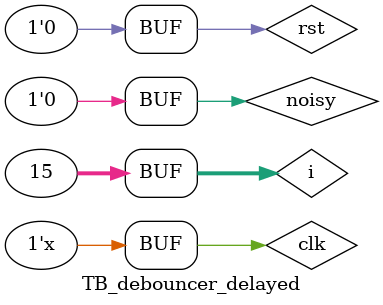
<source format=v>
`timescale 1ns / 1ps

module TB_debouncer_delayed(
    );
    
reg clk;
reg rst;
reg noisy;
wire debounced;

debouncer_delayed GEN(
    .clk(clk),
    .rst(rst),
    .noisy(noisy),
    .debounced(debounced)
    );

initial begin
    clk = 0;
    rst = 1;
    noisy = 0;
end    

always
    #5 clk = ~clk;
    
integer i;        
    
initial begin
    #10
    rst = 0;
    #15
    noisy = 1;
    #400
    noisy = 0;
    #200
for(i = 0; i < 15; i = i+1)
    #5  noisy = ~noisy;
   #100     
   noisy = 1;
   #200
   noisy = 0;
   
end

endmodule

</source>
